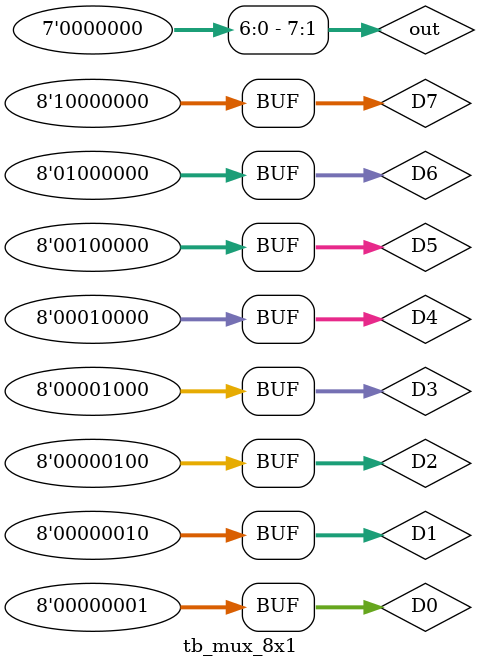
<source format=v>
module mux_8x1(out,D0, D1, D2, D3, D4, D5, D6, D7, S0, S1, S2);
    input D0, D1, D2, D3, D4, D5, D6, D7, S0, S1, S2;
    output out;
  
    wire T1, T2, T3, T4, T5, T6, T7, T8, T9, T10, T11;
  
    not not1(T1, S0);
    not not2(T2, S1);
    not not3(T3, S2);
    and and1(T4, D0, T1, T2, T3), (T5, D1, S0, T2, T3);
    and and2(T6, D2, T1, S1, T3), (T7, D3, S0, S1, T3);
    and and3(T8, D4, T1, T2, S2), (T9, D5, S0, T2, S2);
    and and4(T10, D6, T1, S1, S2), (T11, D7, S0, S1, S2);
    or or1(out, T4, T5, T6, T7, T8, T9, T10, T11);
  
endmodule

module tb_mux_8x1;
  reg [7:0] D0, D1, D2, D3, D4, D5, D6, D7, S0, S1, S2;
  wire [7:0] out;

    
  mux_8x1 mux(out,D0, D1, D2, D3, D4, D5, D6, D7, S0, S1, S2);

    
    initial begin
        D0 = 8'b00000001;
        D1 = 8'b00000010;
        D2 = 8'b00000100;
        D3 = 8'b00001000;
        D4 = 8'b00010000;
        D5 = 8'b00100000;
        D6 = 8'b01000000;
        D7 = 8'b10000000;
    end 
  initial
        
    $monitor("\t D0=%d, D1=%d, D2=%d, D3=%d, D4=%d, D5=%d, D6=%d, D7=%d", D0,D1,D2,D3,D4,D5,D6,D7);
endmodule
</source>
